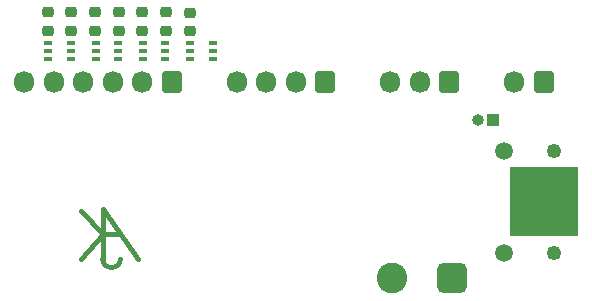
<source format=gbr>
%TF.GenerationSoftware,KiCad,Pcbnew,(6.0.2-0)*%
%TF.CreationDate,2022-02-23T17:23:45+00:00*%
%TF.ProjectId,Access2,41636365-7373-4322-9e6b-696361645f70,3*%
%TF.SameCoordinates,Original*%
%TF.FileFunction,Soldermask,Bot*%
%TF.FilePolarity,Negative*%
%FSLAX46Y46*%
G04 Gerber Fmt 4.6, Leading zero omitted, Abs format (unit mm)*
G04 Created by KiCad (PCBNEW (6.0.2-0)) date 2022-02-23 17:23:45*
%MOMM*%
%LPD*%
G01*
G04 APERTURE LIST*
G04 Aperture macros list*
%AMRoundRect*
0 Rectangle with rounded corners*
0 $1 Rounding radius*
0 $2 $3 $4 $5 $6 $7 $8 $9 X,Y pos of 4 corners*
0 Add a 4 corners polygon primitive as box body*
4,1,4,$2,$3,$4,$5,$6,$7,$8,$9,$2,$3,0*
0 Add four circle primitives for the rounded corners*
1,1,$1+$1,$2,$3*
1,1,$1+$1,$4,$5*
1,1,$1+$1,$6,$7*
1,1,$1+$1,$8,$9*
0 Add four rect primitives between the rounded corners*
20,1,$1+$1,$2,$3,$4,$5,0*
20,1,$1+$1,$4,$5,$6,$7,0*
20,1,$1+$1,$6,$7,$8,$9,0*
20,1,$1+$1,$8,$9,$2,$3,0*%
G04 Aperture macros list end*
%ADD10C,0.450000*%
%ADD11RoundRect,0.250000X0.600000X0.675000X-0.600000X0.675000X-0.600000X-0.675000X0.600000X-0.675000X0*%
%ADD12O,1.700000X1.850000*%
%ADD13C,1.500000*%
%ADD14C,1.250000*%
%ADD15R,1.000000X1.000000*%
%ADD16O,1.000000X1.000000*%
%ADD17RoundRect,0.225000X0.250000X-0.225000X0.250000X0.225000X-0.250000X0.225000X-0.250000X-0.225000X0*%
%ADD18R,0.650000X0.400000*%
%ADD19RoundRect,0.650000X0.650000X0.650000X-0.650000X0.650000X-0.650000X-0.650000X0.650000X-0.650000X0*%
%ADD20C,2.600000*%
G04 APERTURE END LIST*
%TO.C,U7*%
G36*
X149900000Y-85650000D02*
G01*
X144100000Y-85650000D01*
X144100000Y-79850000D01*
X149900000Y-79850000D01*
X149900000Y-85650000D01*
G37*
D10*
%TO.C,AJK1*%
X107850000Y-83500000D02*
X109650000Y-85500000D01*
X109650000Y-85500000D02*
X111150000Y-85500000D01*
X109650000Y-83400000D02*
X109650000Y-87600000D01*
X109650000Y-83400000D02*
X112650000Y-87600000D01*
X109650000Y-85500000D02*
X107850000Y-87600000D01*
X109650000Y-87600000D02*
G75*
G03*
X111150000Y-87600000I750000J0D01*
G01*
%TD*%
D11*
%TO.C,J5*%
X147000000Y-72650000D03*
D12*
X144500000Y-72650000D03*
%TD*%
D11*
%TO.C,J6*%
X139000000Y-72650000D03*
D12*
X136500000Y-72650000D03*
X134000000Y-72650000D03*
%TD*%
D11*
%TO.C,J2*%
X128500000Y-72650000D03*
D12*
X126000000Y-72650000D03*
X123500000Y-72650000D03*
X121000000Y-72650000D03*
%TD*%
D11*
%TO.C,J3*%
X115500000Y-72650000D03*
D12*
X113000000Y-72650000D03*
X110500000Y-72650000D03*
X108000000Y-72650000D03*
X105500000Y-72650000D03*
X103000000Y-72650000D03*
%TD*%
D13*
%TO.C,J1*%
X143655000Y-87070000D03*
D14*
X147825000Y-78430000D03*
X147825000Y-87070000D03*
D13*
X143655000Y-78430000D03*
%TD*%
D15*
%TO.C,JP1*%
X142700000Y-75800000D03*
D16*
X141430000Y-75800000D03*
%TD*%
D17*
%TO.C,C3*%
X115000000Y-68275000D03*
X115000000Y-66725000D03*
%TD*%
%TO.C,C5*%
X111000000Y-68275000D03*
X111000000Y-66725000D03*
%TD*%
%TO.C,C7*%
X107000000Y-68275000D03*
X107000000Y-66725000D03*
%TD*%
D18*
%TO.C,D1*%
X117050000Y-70650000D03*
X117050000Y-70000000D03*
X117050000Y-69350000D03*
X118950000Y-69350000D03*
X118950000Y-70000000D03*
X118950000Y-70650000D03*
%TD*%
%TO.C,D4*%
X105050000Y-70650000D03*
X105050000Y-70000000D03*
X105050000Y-69350000D03*
X106950000Y-69350000D03*
X106950000Y-70000000D03*
X106950000Y-70650000D03*
%TD*%
D17*
%TO.C,C2*%
X117000000Y-68300000D03*
X117000000Y-66750000D03*
%TD*%
D18*
%TO.C,D3*%
X109050000Y-70650000D03*
X109050000Y-70000000D03*
X109050000Y-69350000D03*
X110950000Y-69350000D03*
X110950000Y-70000000D03*
X110950000Y-70650000D03*
%TD*%
D19*
%TO.C,J4*%
X139250000Y-89250000D03*
D20*
X134170000Y-89250000D03*
%TD*%
D17*
%TO.C,C8*%
X105000000Y-68275000D03*
X105000000Y-66725000D03*
%TD*%
%TO.C,C6*%
X109000000Y-68275000D03*
X109000000Y-66725000D03*
%TD*%
D18*
%TO.C,D2*%
X113050000Y-70650000D03*
X113050000Y-70000000D03*
X113050000Y-69350000D03*
X114950000Y-69350000D03*
X114950000Y-70000000D03*
X114950000Y-70650000D03*
%TD*%
D17*
%TO.C,C4*%
X113000000Y-68275000D03*
X113000000Y-66725000D03*
%TD*%
M02*

</source>
